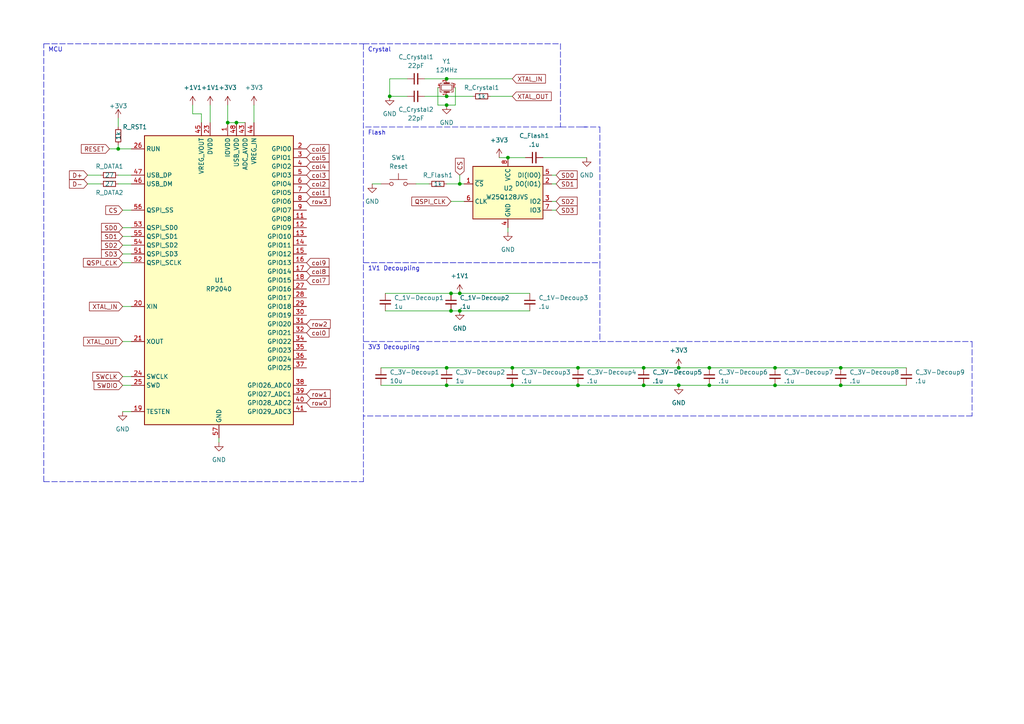
<source format=kicad_sch>
(kicad_sch (version 20211123) (generator eeschema)
  (paper "A4")
  (lib_symbols
    (symbol "Device:C_Small" (pin_numbers hide) (pin_names (offset 0.254) hide)
      (property "Reference" "C" (at 0.254 1.778 0))
      (property "Value" "C_Small" (at 0.254 -2.032 0))
      (symbol "C_Small_0_1"
        (polyline (pts (xy -1.524 -0.508) (xy 1.524 -0.508)) (stroke (width 0.3302)))
        (polyline (pts (xy -1.524 0.508) (xy 1.524 0.508)) (stroke (width 0.3048)))
      )
      (symbol "C_Small_1_1"
        (pin passive line (at 0 2.54 270) (length 2.032) (name "~") (number "1"))
        (pin passive line (at 0 -2.54 90) (length 2.032) (name "~") (number "2"))
      )
    )
    (symbol "Device:Crystal_GND24_Small" (pin_names (offset 1.016) hide)
      (property "Reference" "Y" (at 1.27 4.445 0))
      (property "Value" "Crystal_GND24_Small" (at 1.27 2.54 0))
      (symbol "Crystal_GND24_Small_0_1"
        (rectangle (start -0.762 -1.524) (end 0.762 1.524))
        (polyline (pts (xy -1.27 -0.762) (xy -1.27 0.762)) (stroke (width 0.381)))
        (polyline (pts (xy 1.27 -0.762) (xy 1.27 0.762)) (stroke (width 0.381)))
        (polyline (pts (xy -1.27 -1.27) (xy -1.27 -1.905) (xy 1.27 -1.905) (xy 1.27 -1.27)))
        (polyline (pts (xy -1.27 1.27) (xy -1.27 1.905) (xy 1.27 1.905) (xy 1.27 1.27)))
      )
      (symbol "Crystal_GND24_Small_1_1"
        (pin passive line (at -2.54 0 0) (length 1.27) (name "1") (number "1"))
        (pin passive line (at 0 -2.54 90) (length 0.635) (name "2") (number "2"))
        (pin passive line (at 2.54 0 180) (length 1.27) (name "3") (number "3"))
        (pin passive line (at 0 2.54 270) (length 0.635) (name "4") (number "4"))
      )
    )
    (symbol "Device:R_Small" (pin_numbers hide) (pin_names (offset 0.254) hide)
      (property "Reference" "R" (at 0.762 0.508 0))
      (property "Value" "R_Small" (at 0.762 -1.016 0))
      (symbol "R_Small_0_1"
        (rectangle (start -0.762 1.778) (end 0.762 -1.778) (stroke (width 0.2032)))
      )
      (symbol "R_Small_1_1"
        (pin passive line (at 0 2.54 270) (length 0.762) (name "~") (number "1"))
        (pin passive line (at 0 -2.54 90) (length 0.762) (name "~") (number "2"))
      )
    )
    (symbol "MCU_RaspberryPi:RP2040"
      (property "Reference" "U" (at 17.78 45.72 0))
      (property "Value" "RP2040" (at 17.78 43.18 0))
      (symbol "RP2040_0_1"
        (rectangle (start -21.59 41.91) (end 21.59 -41.91) (stroke (width 0.254)) (fill (type background)))
      )
      (symbol "RP2040_1_1"
        (pin power_in line (at 2.54 45.72 270) (length 3.81) (name "IOVDD") (number "1"))
        (pin passive line (at 2.54 45.72 270) (length 3.81) hide (name "IOVDD") (number "10"))
        (pin bidirectional line (at 25.4 17.78 180) (length 3.81) (name "GPIO8") (number "11"))
        (pin bidirectional line (at 25.4 15.24 180) (length 3.81) (name "GPIO9") (number "12"))
        (pin bidirectional line (at 25.4 12.7 180) (length 3.81) (name "GPIO10") (number "13"))
        (pin bidirectional line (at 25.4 10.16 180) (length 3.81) (name "GPIO11") (number "14"))
        (pin bidirectional line (at 25.4 7.62 180) (length 3.81) (name "GPIO12") (number "15"))
        (pin bidirectional line (at 25.4 5.08 180) (length 3.81) (name "GPIO13") (number "16"))
        (pin bidirectional line (at 25.4 2.54 180) (length 3.81) (name "GPIO14") (number "17"))
        (pin bidirectional line (at 25.4 0 180) (length 3.81) (name "GPIO15") (number "18"))
        (pin input line (at -25.4 -38.1 0) (length 3.81) (name "TESTEN") (number "19"))
        (pin bidirectional line (at 25.4 38.1 180) (length 3.81) (name "GPIO0") (number "2"))
        (pin input line (at -25.4 -7.62 0) (length 3.81) (name "XIN") (number "20"))
        (pin passive line (at -25.4 -17.78 0) (length 3.81) (name "XOUT") (number "21"))
        (pin passive line (at 2.54 45.72 270) (length 3.81) hide (name "IOVDD") (number "22"))
        (pin power_in line (at -2.54 45.72 270) (length 3.81) (name "DVDD") (number "23"))
        (pin output line (at -25.4 -27.94 0) (length 3.81) (name "SWCLK") (number "24"))
        (pin bidirectional line (at -25.4 -30.48 0) (length 3.81) (name "SWD") (number "25"))
        (pin input line (at -25.4 38.1 0) (length 3.81) (name "RUN") (number "26"))
        (pin bidirectional line (at 25.4 -2.54 180) (length 3.81) (name "GPIO16") (number "27"))
        (pin bidirectional line (at 25.4 -5.08 180) (length 3.81) (name "GPIO17") (number "28"))
        (pin bidirectional line (at 25.4 -7.62 180) (length 3.81) (name "GPIO18") (number "29"))
        (pin bidirectional line (at 25.4 35.56 180) (length 3.81) (name "GPIO1") (number "3"))
        (pin bidirectional line (at 25.4 -10.16 180) (length 3.81) (name "GPIO19") (number "30"))
        (pin bidirectional line (at 25.4 -12.7 180) (length 3.81) (name "GPIO20") (number "31"))
        (pin bidirectional line (at 25.4 -15.24 180) (length 3.81) (name "GPIO21") (number "32"))
        (pin passive line (at 2.54 45.72 270) (length 3.81) hide (name "IOVDD") (number "33"))
        (pin bidirectional line (at 25.4 -17.78 180) (length 3.81) (name "GPIO22") (number "34"))
        (pin bidirectional line (at 25.4 -20.32 180) (length 3.81) (name "GPIO23") (number "35"))
        (pin bidirectional line (at 25.4 -22.86 180) (length 3.81) (name "GPIO24") (number "36"))
        (pin bidirectional line (at 25.4 -25.4 180) (length 3.81) (name "GPIO25") (number "37"))
        (pin bidirectional line (at 25.4 -30.48 180) (length 3.81) (name "GPIO26_ADC0") (number "38"))
        (pin bidirectional line (at 25.4 -33.02 180) (length 3.81) (name "GPIO27_ADC1") (number "39"))
        (pin bidirectional line (at 25.4 33.02 180) (length 3.81) (name "GPIO2") (number "4"))
        (pin bidirectional line (at 25.4 -35.56 180) (length 3.81) (name "GPIO28_ADC2") (number "40"))
        (pin bidirectional line (at 25.4 -38.1 180) (length 3.81) (name "GPIO29_ADC3") (number "41"))
        (pin passive line (at 2.54 45.72 270) (length 3.81) hide (name "IOVDD") (number "42"))
        (pin power_in line (at 7.62 45.72 270) (length 3.81) (name "ADC_AVDD") (number "43"))
        (pin power_in line (at 10.16 45.72 270) (length 3.81) (name "VREG_IN") (number "44"))
        (pin power_out line (at -5.08 45.72 270) (length 3.81) (name "VREG_VOUT") (number "45"))
        (pin bidirectional line (at -25.4 27.94 0) (length 3.81) (name "USB_DM") (number "46"))
        (pin bidirectional line (at -25.4 30.48 0) (length 3.81) (name "USB_DP") (number "47"))
        (pin power_in line (at 5.08 45.72 270) (length 3.81) (name "USB_VDD") (number "48"))
        (pin passive line (at 2.54 45.72 270) (length 3.81) hide (name "IOVDD") (number "49"))
        (pin bidirectional line (at 25.4 30.48 180) (length 3.81) (name "GPIO3") (number "5"))
        (pin passive line (at -2.54 45.72 270) (length 3.81) hide (name "DVDD") (number "50"))
        (pin bidirectional line (at -25.4 7.62 0) (length 3.81) (name "QSPI_SD3") (number "51"))
        (pin output line (at -25.4 5.08 0) (length 3.81) (name "QSPI_SCLK") (number "52"))
        (pin bidirectional line (at -25.4 15.24 0) (length 3.81) (name "QSPI_SD0") (number "53"))
        (pin bidirectional line (at -25.4 10.16 0) (length 3.81) (name "QSPI_SD2") (number "54"))
        (pin bidirectional line (at -25.4 12.7 0) (length 3.81) (name "QSPI_SD1") (number "55"))
        (pin bidirectional line (at -25.4 20.32 0) (length 3.81) (name "QSPI_SS") (number "56"))
        (pin power_in line (at 0 -45.72 90) (length 3.81) (name "GND") (number "57"))
        (pin bidirectional line (at 25.4 27.94 180) (length 3.81) (name "GPIO4") (number "6"))
        (pin bidirectional line (at 25.4 25.4 180) (length 3.81) (name "GPIO5") (number "7"))
        (pin bidirectional line (at 25.4 22.86 180) (length 3.81) (name "GPIO6") (number "8"))
        (pin bidirectional line (at 25.4 20.32 180) (length 3.81) (name "GPIO7") (number "9"))
      )
    )
    (symbol "Memory_Flash:W25Q128JVS"
      (property "Reference" "U" (at -8.89 8.89 0))
      (property "Value" "W25Q128JVS" (at 7.62 8.89 0))
      (symbol "W25Q128JVS_0_1"
        (rectangle (start -10.16 7.62) (end 10.16 -7.62) (stroke (width 0.254)) (fill (type background)))
      )
      (symbol "W25Q128JVS_1_1"
        (pin input line (at -12.7 2.54 0) (length 2.54) (name "~{CS}") (number "1"))
        (pin bidirectional line (at 12.7 2.54 180) (length 2.54) (name "DO(IO1)") (number "2"))
        (pin bidirectional line (at 12.7 -2.54 180) (length 2.54) (name "IO2") (number "3"))
        (pin power_in line (at 0 -10.16 90) (length 2.54) (name "GND") (number "4"))
        (pin bidirectional line (at 12.7 5.08 180) (length 2.54) (name "DI(IO0)") (number "5"))
        (pin input line (at -12.7 -2.54 0) (length 2.54) (name "CLK") (number "6"))
        (pin bidirectional line (at 12.7 -5.08 180) (length 2.54) (name "IO3") (number "7"))
        (pin power_in line (at 0 10.16 270) (length 2.54) (name "VCC") (number "8"))
      )
    )
    (symbol "Switch:SW_Push" (pin_numbers hide) (pin_names (offset 1.016) hide)
      (property "Reference" "SW" (at 1.27 2.54 0))
      (property "Value" "SW_Push" (at 0 -1.524 0))
      (symbol "SW_Push_0_1"
        (circle (center -2.032 0) (radius 0.508))
        (polyline (pts (xy 0 1.27) (xy 0 3.048)))
        (polyline (pts (xy 2.54 1.27) (xy -2.54 1.27)))
        (circle (center 2.032 0) (radius 0.508))
        (pin passive line (at -5.08 0 0) (length 2.54) (name "1") (number "1"))
        (pin passive line (at 5.08 0 180) (length 2.54) (name "2") (number "2"))
      )
    )
    (symbol "power:+1V1" (power) (pin_names (offset 0))
      (property "Value" "+1V1" (at 0 3.556 0))
      (symbol "+1V1_0_1"
        (polyline (pts (xy -0.762 1.27) (xy 0 2.54)))
        (polyline (pts (xy 0 0) (xy 0 2.54)))
        (polyline (pts (xy 0 2.54) (xy 0.762 1.27)))
      )
      (symbol "+1V1_1_1"
        (pin power_in line (at 0 0 90) (length 0) hide (name "+1V1") (number "1"))
      )
    )
    (symbol "power:+3V3" (power) (pin_names (offset 0))
      (property "Value" "+3V3" (at 0 3.556 0))
      (symbol "+3V3_0_1"
        (polyline (pts (xy -0.762 1.27) (xy 0 2.54)))
        (polyline (pts (xy 0 0) (xy 0 2.54)))
        (polyline (pts (xy 0 2.54) (xy 0.762 1.27)))
      )
      (symbol "+3V3_1_1"
        (pin power_in line (at 0 0 90) (length 0) hide (name "+3V3") (number "1"))
      )
    )
    (symbol "power:GND" (power) (pin_names (offset 0))
      (property "Value" "GND" (at 0 -3.81 0))
      (symbol "GND_0_1"
        (polyline (pts (xy 0 0) (xy 0 -1.27) (xy 1.27 -1.27) (xy 0 -2.54) (xy -1.27 -1.27) (xy 0 -1.27)))
      )
      (symbol "GND_1_1"
        (pin power_in line (at 0 0 270) (length 0) hide (name "GND") (number "1"))
      )
    )
  )
  (junction (at 243.84 111.76))
  (junction (at 130.81 85.09))
  (junction (at 129.54 111.76))
  (junction (at 130.81 90.17))
  (junction (at 196.85 111.76))
  (junction (at 148.59 111.76))
  (junction (at 129.54 22.86))
  (junction (at 133.35 85.09))
  (junction (at 167.64 106.68))
  (junction (at 129.54 30.48))
  (junction (at 196.85 106.68))
  (junction (at 186.69 111.76))
  (junction (at 205.74 106.68))
  (junction (at 147.32 45.72))
  (junction (at 129.54 27.94))
  (junction (at 113.03 27.94))
  (junction (at 243.84 106.68))
  (junction (at 224.79 106.68))
  (junction (at 148.59 106.68))
  (junction (at 133.35 90.17))
  (junction (at 205.74 111.76))
  (junction (at 224.79 111.76))
  (junction (at 186.69 106.68))
  (junction (at 129.54 106.68))
  (junction (at 167.64 111.76))
  (junction (at 66.04 35.56))
  (junction (at 34.29 43.18))
  (junction (at 68.58 35.56))
  (junction (at 133.35 53.34))
  (wire (pts (xy 35.56 66.04) (xy 38.1 66.04)))
  (polyline (pts (xy 162.56 36.83) (xy 105.41 36.83)))
  (polyline (pts (xy 105.41 76.2) (xy 173.99 76.2)))
  (wire (pts (xy 35.56 76.2) (xy 38.1 76.2)))
  (wire (pts (xy 129.54 111.76) (xy 148.59 111.76)))
  (wire (pts (xy 35.56 99.06) (xy 38.1 99.06)))
  (wire (pts (xy 66.04 35.56) (xy 68.58 35.56)))
  (wire (pts (xy 35.56 68.58) (xy 38.1 68.58)))
  (wire (pts (xy 142.24 27.94) (xy 148.59 27.94)))
  (wire (pts (xy 133.35 50.8) (xy 133.35 53.34)))
  (wire (pts (xy 133.35 53.34) (xy 134.62 53.34)))
  (wire (pts (xy 205.74 106.68) (xy 224.79 106.68)))
  (wire (pts (xy 55.88 30.48) (xy 55.88 33.02)))
  (wire (pts (xy 148.59 111.76) (xy 167.64 111.76)))
  (wire (pts (xy 107.95 53.34) (xy 110.49 53.34)))
  (wire (pts (xy 113.03 27.94) (xy 118.11 27.94)))
  (wire (pts (xy 160.02 60.96) (xy 161.29 60.96)))
  (wire (pts (xy 243.84 106.68) (xy 262.89 106.68)))
  (wire (pts (xy 127 25.4) (xy 127 30.48)))
  (wire (pts (xy 35.56 71.12) (xy 38.1 71.12)))
  (wire (pts (xy 31.75 43.18) (xy 34.29 43.18)))
  (polyline (pts (xy 173.99 36.83) (xy 173.99 76.2)))
  (wire (pts (xy 129.54 22.86) (xy 148.59 22.86)))
  (polyline (pts (xy 105.41 99.06) (xy 173.99 99.06)))
  (polyline (pts (xy 162.56 36.83) (xy 170.18 36.83)))
  (wire (pts (xy 127 30.48) (xy 129.54 30.48)))
  (wire (pts (xy 58.42 33.02) (xy 55.88 33.02)))
  (wire (pts (xy 34.29 50.8) (xy 38.1 50.8)))
  (wire (pts (xy 113.03 22.86) (xy 118.11 22.86)))
  (wire (pts (xy 196.85 111.76) (xy 205.74 111.76)))
  (wire (pts (xy 196.85 106.68) (xy 205.74 106.68)))
  (wire (pts (xy 224.79 111.76) (xy 243.84 111.76)))
  (wire (pts (xy 167.64 111.76) (xy 186.69 111.76)))
  (polyline (pts (xy 173.99 76.2) (xy 173.99 99.06)))
  (wire (pts (xy 130.81 58.42) (xy 134.62 58.42)))
  (wire (pts (xy 129.54 106.68) (xy 148.59 106.68)))
  (polyline (pts (xy 162.56 12.7) (xy 162.56 36.83)))
  (wire (pts (xy 130.81 85.09) (xy 133.35 85.09)))
  (wire (pts (xy 68.58 35.56) (xy 71.12 35.56)))
  (wire (pts (xy 133.35 90.17) (xy 153.67 90.17)))
  (wire (pts (xy 123.19 22.86) (xy 129.54 22.86)))
  (wire (pts (xy 25.4 50.8) (xy 29.21 50.8)))
  (polyline (pts (xy 105.41 12.7) (xy 162.56 12.7)))
  (wire (pts (xy 129.54 27.94) (xy 137.16 27.94)))
  (wire (pts (xy 123.19 27.94) (xy 129.54 27.94)))
  (wire (pts (xy 35.56 60.96) (xy 38.1 60.96)))
  (wire (pts (xy 129.54 53.34) (xy 133.35 53.34)))
  (wire (pts (xy 35.56 73.66) (xy 38.1 73.66)))
  (wire (pts (xy 73.66 30.48) (xy 73.66 35.56)))
  (wire (pts (xy 60.96 30.48) (xy 60.96 35.56)))
  (wire (pts (xy 160.02 50.8) (xy 161.29 50.8)))
  (wire (pts (xy 110.49 106.68) (xy 129.54 106.68)))
  (wire (pts (xy 160.02 58.42) (xy 161.29 58.42)))
  (polyline (pts (xy 281.94 120.65) (xy 105.41 120.65)))
  (wire (pts (xy 130.81 90.17) (xy 133.35 90.17)))
  (wire (pts (xy 113.03 22.86) (xy 113.03 27.94)))
  (wire (pts (xy 243.84 111.76) (xy 262.89 111.76)))
  (wire (pts (xy 157.48 45.72) (xy 170.18 45.72)))
  (wire (pts (xy 35.56 111.76) (xy 38.1 111.76)))
  (polyline (pts (xy 281.94 99.06) (xy 281.94 120.65)))
  (polyline (pts (xy 12.7 12.7) (xy 105.41 12.7)))
  (wire (pts (xy 186.69 106.68) (xy 196.85 106.68)))
  (wire (pts (xy 224.79 106.68) (xy 243.84 106.68)))
  (wire (pts (xy 34.29 43.18) (xy 38.1 43.18)))
  (wire (pts (xy 148.59 106.68) (xy 167.64 106.68)))
  (wire (pts (xy 35.56 88.9) (xy 38.1 88.9)))
  (wire (pts (xy 205.74 111.76) (xy 224.79 111.76)))
  (wire (pts (xy 186.69 111.76) (xy 196.85 111.76)))
  (wire (pts (xy 132.08 30.48) (xy 129.54 30.48)))
  (wire (pts (xy 34.29 41.91) (xy 34.29 43.18)))
  (wire (pts (xy 111.76 85.09) (xy 130.81 85.09)))
  (wire (pts (xy 35.56 109.22) (xy 38.1 109.22)))
  (wire (pts (xy 66.04 30.48) (xy 66.04 35.56)))
  (wire (pts (xy 132.08 25.4) (xy 132.08 30.48)))
  (wire (pts (xy 144.78 45.72) (xy 147.32 45.72)))
  (wire (pts (xy 147.32 66.04) (xy 147.32 67.31)))
  (wire (pts (xy 63.5 127) (xy 63.5 128.27)))
  (polyline (pts (xy 173.99 99.06) (xy 281.94 99.06)))
  (polyline (pts (xy 168.91 36.83) (xy 173.99 36.83)))
  (wire (pts (xy 110.49 111.76) (xy 129.54 111.76)))
  (wire (pts (xy 58.42 35.56) (xy 58.42 33.02)))
  (wire (pts (xy 111.76 90.17) (xy 130.81 90.17)))
  (polyline (pts (xy 12.7 139.7) (xy 105.41 139.7)))
  (wire (pts (xy 160.02 53.34) (xy 161.29 53.34)))
  (wire (pts (xy 167.64 106.68) (xy 186.69 106.68)))
  (polyline (pts (xy 105.41 12.7) (xy 105.41 139.7)))
  (wire (pts (xy 35.56 119.38) (xy 38.1 119.38)))
  (wire (pts (xy 34.29 34.29) (xy 34.29 36.83)))
  (wire (pts (xy 25.4 53.34) (xy 29.21 53.34)))
  (wire (pts (xy 34.29 53.34) (xy 38.1 53.34)))
  (wire (pts (xy 133.35 85.09) (xy 153.67 85.09)))
  (wire (pts (xy 147.32 45.72) (xy 152.4 45.72)))
  (wire (pts (xy 120.65 53.34) (xy 124.46 53.34)))
  (polyline (pts (xy 12.7 139.7) (xy 12.7 12.7)))
  (polyline (pts (xy 105.41 76.2) (xy 170.18 76.2)))
  (text "1V1 Decoupling\n" (at 106.68 78.74 0) (effects (font (size 1.27 1.27)) (justify left bottom)))
  (text "Crystal\n" (at 106.68 15.24 0) (effects (font (size 1.27 1.27)) (justify left bottom)))
  (text "MCU" (at 13.97 15.24 0) (effects (font (size 1.27 1.27)) (justify left bottom)))
  (text "Flash" (at 106.68 39.37 0) (effects (font (size 1.27 1.27)) (justify left bottom)))
  (text "3V3 Decoupling" (at 106.68 101.6 0) (effects (font (size 1.27 1.27)) (justify left bottom)))
  (global_label "col8" (shape input) (at 88.9 78.74 0) (property "Intersheet References" "${INTERSHEET_REFS}" (effects hide)))
  (global_label "SD2" (shape input) (at 35.56 71.12 180) (property "Intersheet References" "${INTERSHEET_REFS}" (effects hide)))
  (global_label "QSPI_CLK" (shape input) (at 130.81 58.42 180) (property "Intersheet References" "${INTERSHEET_REFS}" (effects hide)))
  (global_label "SD3" (shape input) (at 35.56 73.66 180) (property "Intersheet References" "${INTERSHEET_REFS}" (effects hide)))
  (global_label "SD0" (shape input) (at 161.29 50.8 0) (property "Intersheet References" "${INTERSHEET_REFS}" (effects hide)))
  (global_label "XTAL_OUT" (shape input) (at 148.59 27.94 0) (property "Intersheet References" "${INTERSHEET_REFS}" (effects hide)))
  (global_label "col7" (shape input) (at 88.9 81.28 0) (property "Intersheet References" "${INTERSHEET_REFS}" (effects hide)))
  (global_label "row3" (shape input) (at 88.9 58.42 0) (property "Intersheet References" "${INTERSHEET_REFS}" (effects hide)))
  (global_label "SWCLK" (shape input) (at 35.56 109.22 180) (property "Intersheet References" "${INTERSHEET_REFS}" (effects hide)))
  (global_label "col3" (shape input) (at 88.9 50.8 0) (property "Intersheet References" "${INTERSHEET_REFS}" (effects hide)))
  (global_label "col5" (shape input) (at 88.9 45.72 0) (property "Intersheet References" "${INTERSHEET_REFS}" (effects hide)))
  (global_label "col2" (shape input) (at 88.9 53.34 0) (property "Intersheet References" "${INTERSHEET_REFS}" (effects hide)))
  (global_label "col4" (shape input) (at 88.9 48.26 0) (property "Intersheet References" "${INTERSHEET_REFS}" (effects hide)))
  (global_label "CS" (shape input) (at 35.56 60.96 180) (property "Intersheet References" "${INTERSHEET_REFS}" (effects hide)))
  (global_label "row1" (shape input) (at 88.9 114.3 0) (property "Intersheet References" "${INTERSHEET_REFS}" (effects hide)))
  (global_label "D+" (shape input) (at 25.4 50.8 180) (property "Intersheet References" "${INTERSHEET_REFS}" (effects hide)))
  (global_label "D-" (shape input) (at 25.4 53.34 180) (property "Intersheet References" "${INTERSHEET_REFS}" (effects hide)))
  (global_label "SD0" (shape input) (at 35.56 66.04 180) (property "Intersheet References" "${INTERSHEET_REFS}" (effects hide)))
  (global_label "XTAL_IN" (shape input) (at 148.59 22.86 0) (property "Intersheet References" "${INTERSHEET_REFS}" (effects hide)))
  (global_label "SD1" (shape input) (at 161.29 53.34 0) (property "Intersheet References" "${INTERSHEET_REFS}" (effects hide)))
  (global_label "CS" (shape input) (at 133.35 50.8 90) (property "Intersheet References" "${INTERSHEET_REFS}" (effects hide)))
  (global_label "row2" (shape input) (at 88.9 93.98 0) (property "Intersheet References" "${INTERSHEET_REFS}" (effects hide)))
  (global_label "SD1" (shape input) (at 35.56 68.58 180) (property "Intersheet References" "${INTERSHEET_REFS}" (effects hide)))
  (global_label "col9" (shape input) (at 88.9 76.2 0) (property "Intersheet References" "${INTERSHEET_REFS}" (effects hide)))
  (global_label "SD3" (shape input) (at 161.29 60.96 0) (property "Intersheet References" "${INTERSHEET_REFS}" (effects hide)))
  (global_label "XTAL_IN" (shape input) (at 35.56 88.9 180) (property "Intersheet References" "${INTERSHEET_REFS}" (effects hide)))
  (global_label "SD2" (shape input) (at 161.29 58.42 0) (property "Intersheet References" "${INTERSHEET_REFS}" (effects hide)))
  (global_label "XTAL_OUT" (shape input) (at 35.56 99.06 180) (property "Intersheet References" "${INTERSHEET_REFS}" (effects hide)))
  (global_label "QSPI_CLK" (shape input) (at 35.56 76.2 180) (property "Intersheet References" "${INTERSHEET_REFS}" (effects hide)))
  (global_label "col0" (shape input) (at 88.9 96.52 0) (property "Intersheet References" "${INTERSHEET_REFS}" (effects hide)))
  (global_label "RESET" (shape input) (at 31.75 43.18 180) (property "Intersheet References" "${INTERSHEET_REFS}" (effects hide)))
  (global_label "row0" (shape input) (at 88.9 116.84 0) (property "Intersheet References" "${INTERSHEET_REFS}" (effects hide)))
  (global_label "col1" (shape input) (at 88.9 55.88 0) (property "Intersheet References" "${INTERSHEET_REFS}" (effects hide)))
  (global_label "SWDIO" (shape input) (at 35.56 111.76 180) (property "Intersheet References" "${INTERSHEET_REFS}" (effects hide)))
  (global_label "col6" (shape input) (at 88.9 43.18 0) (property "Intersheet References" "${INTERSHEET_REFS}" (effects hide)))
  (symbol (lib_id "Device:C_Small") (at 224.79 109.22 0) (unit 1)
    (property "Reference" "C_3V-Decoup7" (at 227.33 107.9562 0) (effects (justify left)))
    (property "Value" ".1u" (at 227.33 110.4962 0) (effects (justify left)))
    (property "Footprint" "Capacitor_SMD:C_0402_1005Metric" (effects hide))
  )
  (symbol (lib_id "Device:C_Small") (at 205.74 109.22 0) (unit 1)
    (property "Reference" "C_3V-Decoup6" (at 208.28 107.9562 0) (effects (justify left)))
    (property "Value" ".1u" (at 208.28 110.4962 0) (effects (justify left)))
    (property "Footprint" "Capacitor_SMD:C_0402_1005Metric" (effects hide))
  )
  (symbol (lib_id "Device:C_Small") (at 111.76 87.63 0) (unit 1)
    (property "Reference" "C_1V-Decoup1" (at 114.3 86.3662 0) (effects (justify left)))
    (property "Value" "1u" (at 114.3 88.9062 0) (effects (justify left)))
    (property "Footprint" "Capacitor_SMD:C_0402_1005Metric" (effects hide))
  )
  (symbol (lib_id "power:GND") (at 113.03 27.94 0) (unit 1)
    (property "Reference" "#PWR0109" (effects hide))
    (property "Value" "GND" (at 113.03 33.02 0))
  )
  (symbol (lib_id "power:+3V3") (at 144.78 45.72 0) (unit 1)
    (property "Reference" "#PWR0106" (effects hide))
    (property "Value" "+3V3" (at 144.78 40.64 0))
  )
  (symbol (lib_id "power:GND") (at 170.18 45.72 0) (unit 1)
    (property "Reference" "#PWR0111" (effects hide))
    (property "Value" "GND" (at 170.18 50.8 0))
  )
  (symbol (lib_id "power:GND") (at 107.95 53.34 0) (unit 1)
    (property "Reference" "#PWR0108" (effects hide))
    (property "Value" "GND" (at 107.95 58.42 0))
  )
  (symbol (lib_id "Device:C_Small") (at 262.89 109.22 0) (unit 1)
    (property "Reference" "C_3V-Decoup9" (at 265.43 107.9562 0) (effects (justify left)))
    (property "Value" ".1u" (at 265.43 110.4962 0) (effects (justify left)))
    (property "Footprint" "Capacitor_SMD:C_0402_1005Metric" (effects hide))
  )
  (symbol (lib_id "power:GND") (at 63.5 128.27 0) (unit 1)
    (property "Reference" "#PWR0115" (effects hide))
    (property "Value" "GND" (at 63.5 133.35 0))
  )
  (symbol (lib_id "Device:C_Small") (at 110.49 109.22 0) (unit 1)
    (property "Reference" "C_3V-Decoup1" (at 113.03 107.9562 0) (effects (justify left)))
    (property "Value" "10u" (at 113.03 110.4962 0) (effects (justify left)))
    (property "Footprint" "Capacitor_SMD:C_0402_1005Metric" (effects hide))
  )
  (symbol (lib_id "power:+1V1") (at 133.35 85.09 0) (unit 1)
    (property "Reference" "#PWR0112" (effects hide))
    (property "Value" "+1V1" (at 133.35 80.01 0))
  )
  (symbol (lib_id "power:+3V3") (at 196.85 106.68 0) (unit 1)
    (property "Reference" "#PWR0116" (effects hide))
    (property "Value" "+3V3" (at 196.85 101.6 0))
  )
  (symbol (lib_id "Device:R_Small") (at 31.75 50.8 90) (unit 1)
    (property "Reference" "R_DATA1" (at 31.75 48.26 90))
    (property "Value" "27" (at 31.75 50.8 90))
    (property "Footprint" "Resistor_SMD:R_0402_1005Metric" (effects hide))
  )
  (symbol (lib_id "Device:C_Small") (at 243.84 109.22 0) (unit 1)
    (property "Reference" "C_3V-Decoup8" (at 246.38 107.9562 0) (effects (justify left)))
    (property "Value" ".1u" (at 246.38 110.4962 0) (effects (justify left)))
    (property "Footprint" "Capacitor_SMD:C_0402_1005Metric" (effects hide))
  )
  (symbol (lib_id "Memory_Flash:W25Q128JVS") (at 147.32 55.88 0) (unit 1)
    (property "Reference" "U2" (at 146.05 54.61 0) (effects (justify left)))
    (property "Value" "W25Q128JVS" (at 140.97 57.15 0) (effects (justify left)))
    (property "Footprint" "Package_SO:SOIC-8_5.23x5.23mm_P1.27mm" (effects hide))
    (property "Datasheet" "http://www.winbond.com/resource-files/w25q128jv_dtr%20revc%2003272018%20plus.pdf" (effects hide))
  )
  (symbol (lib_id "Device:C_Small") (at 130.81 87.63 0) (unit 1)
    (property "Reference" "C_1V-Decoup2" (at 133.35 86.3662 0) (effects (justify left)))
    (property "Value" ".1u" (at 133.35 88.9062 0) (effects (justify left)))
    (property "Footprint" "Capacitor_SMD:C_0402_1005Metric" (effects hide))
  )
  (symbol (lib_id "Device:Crystal_GND24_Small") (at 129.54 25.4 90) (unit 1)
    (property "Reference" "Y1" (at 129.54 17.78 90))
    (property "Value" "12MHz" (at 129.54 20.32 90))
    (property "Footprint" "Crystal:Crystal_SMD_3225-4Pin_3.2x2.5mm" (effects hide))
  )
  (symbol (lib_id "power:GND") (at 196.85 111.76 0) (unit 1)
    (property "Reference" "#PWR0117" (effects hide))
    (property "Value" "GND" (at 196.85 116.84 0))
  )
  (symbol (lib_id "Device:C_Small") (at 148.59 109.22 0) (unit 1)
    (property "Reference" "C_3V-Decoup3" (at 151.13 107.9562 0) (effects (justify left)))
    (property "Value" ".1u" (at 151.13 110.4962 0) (effects (justify left)))
    (property "Footprint" "Capacitor_SMD:C_0402_1005Metric" (effects hide))
  )
  (symbol (lib_id "Device:C_Small") (at 153.67 87.63 0) (unit 1)
    (property "Reference" "C_1V-Decoup3" (at 156.21 86.3662 0) (effects (justify left)))
    (property "Value" ".1u" (at 156.21 88.9062 0) (effects (justify left)))
    (property "Footprint" "Capacitor_SMD:C_0402_1005Metric" (effects hide))
  )
  (symbol (lib_id "Device:C_Small") (at 120.65 27.94 90) (unit 1)
    (property "Reference" "C_Crystal2" (at 120.65 31.75 90))
    (property "Value" "22pF" (at 120.65 34.29 90))
    (property "Footprint" "Capacitor_SMD:C_0402_1005Metric" (effects hide))
  )
  (symbol (lib_id "Device:C_Small") (at 154.94 45.72 90) (unit 1)
    (property "Reference" "C_Flash1" (at 154.9463 39.37 90))
    (property "Value" ".1u" (at 154.9463 41.91 90))
    (property "Footprint" "Capacitor_SMD:C_0402_1005Metric" (effects hide))
  )
  (symbol (lib_id "power:GND") (at 129.54 30.48 0) (unit 1)
    (property "Reference" "#PWR0107" (effects hide))
    (property "Value" "GND" (at 129.54 35.56 0))
  )
  (symbol (lib_id "power:+1V1") (at 55.88 30.48 0) (unit 1)
    (property "Reference" "#PWR0102" (effects hide))
    (property "Value" "+1V1" (at 55.88 25.4 0))
  )
  (symbol (lib_id "Device:R_Small") (at 34.29 39.37 0) (unit 1)
    (property "Reference" "R_RST1" (at 35.56 36.83 0) (effects (justify left)))
    (property "Value" "1k" (at 34.29 39.37 90))
    (property "Footprint" "Resistor_SMD:R_0402_1005Metric" (effects hide))
  )
  (symbol (lib_id "MCU_RaspberryPi:RP2040") (at 63.5 81.28 0) (unit 1)
    (property "Reference" "U1" (at 62.23 81.28 0) (effects (justify left)))
    (property "Value" "RP2040" (at 59.69 83.82 0) (effects (justify left)))
    (property "Footprint" "cipulot_parts:RP2040-QFN-56" (effects hide))
    (property "Datasheet" "https://datasheets.raspberrypi.com/rp2040/rp2040-datasheet.pdf" (effects hide))
  )
  (symbol (lib_id "Device:C_Small") (at 167.64 109.22 0) (unit 1)
    (property "Reference" "C_3V-Decoup4" (at 170.18 107.9562 0) (effects (justify left)))
    (property "Value" ".1u" (at 170.18 110.4962 0) (effects (justify left)))
    (property "Footprint" "Capacitor_SMD:C_0402_1005Metric" (effects hide))
  )
  (symbol (lib_id "Device:C_Small") (at 186.69 109.22 0) (unit 1)
    (property "Reference" "C_3V-Decoup5" (at 189.23 107.9562 0) (effects (justify left)))
    (property "Value" ".1u" (at 189.23 110.4962 0) (effects (justify left)))
    (property "Footprint" "Capacitor_SMD:C_0402_1005Metric" (effects hide))
  )
  (symbol (lib_id "power:GND") (at 147.32 67.31 0) (unit 1)
    (property "Reference" "#PWR0110" (effects hide))
    (property "Value" "GND" (at 147.32 72.39 0))
  )
  (symbol (lib_id "power:GND") (at 133.35 90.17 0) (unit 1)
    (property "Reference" "#PWR0113" (effects hide))
    (property "Value" "GND" (at 133.35 95.25 0))
  )
  (symbol (lib_id "Device:R_Small") (at 31.75 53.34 90) (unit 1)
    (property "Reference" "R_DATA2" (at 31.75 55.88 90))
    (property "Value" "27" (at 31.75 53.34 90))
    (property "Footprint" "Resistor_SMD:R_0402_1005Metric" (effects hide))
  )
  (symbol (lib_id "power:+1V1") (at 60.96 30.48 0) (unit 1)
    (property "Reference" "#PWR0103" (effects hide))
    (property "Value" "+1V1" (at 60.96 25.4 0))
  )
  (symbol (lib_id "Device:C_Small") (at 120.65 22.86 90) (unit 1)
    (property "Reference" "C_Crystal1" (at 120.6563 16.51 90))
    (property "Value" "22pF" (at 120.6563 19.05 90))
    (property "Footprint" "Capacitor_SMD:C_0402_1005Metric" (effects hide))
  )
  (symbol (lib_id "Device:C_Small") (at 129.54 109.22 0) (unit 1)
    (property "Reference" "C_3V-Decoup2" (at 132.08 107.9562 0) (effects (justify left)))
    (property "Value" "1u" (at 132.08 110.4962 0) (effects (justify left)))
    (property "Footprint" "Capacitor_SMD:C_0402_1005Metric" (effects hide))
  )
  (symbol (lib_id "Switch:SW_Push") (at 115.57 53.34 0) (unit 1)
    (property "Reference" "SW1" (at 115.57 45.72 0))
    (property "Value" "Reset" (at 115.57 48.26 0))
    (property "Footprint" "Connector_PinHeader_1.27mm:PinHeader_1x02_P1.27mm_Vertical" (effects hide))
  )
  (symbol (lib_id "power:+3V3") (at 34.29 34.29 0) (unit 1)
    (property "Reference" "#PWR0105" (effects hide))
    (property "Value" "+3V3" (at 34.29 30.734 0))
  )
  (symbol (lib_id "Device:R_Small") (at 127 53.34 90) (unit 1)
    (property "Reference" "R_Flash1" (at 127 50.8 90))
    (property "Value" "1k" (at 127 53.34 90))
    (property "Footprint" "Resistor_SMD:R_0402_1005Metric" (effects hide))
  )
  (symbol (lib_id "power:+3V3") (at 66.04 30.48 0) (unit 1)
    (property "Reference" "#PWR0101" (effects hide))
    (property "Value" "+3V3" (at 66.04 25.4 0))
  )
  (symbol (lib_id "Device:R_Small") (at 139.7 27.94 90) (unit 1)
    (property "Reference" "R_Crystal1" (at 139.7 25.4 90))
    (property "Value" "1k" (at 139.7 27.94 90))
    (property "Footprint" "Resistor_SMD:R_0402_1005Metric" (effects hide))
  )
  (symbol (lib_id "power:+3V3") (at 73.66 30.48 0) (unit 1)
    (property "Reference" "#PWR0104" (effects hide))
    (property "Value" "+3V3" (at 73.66 25.4 0))
  )
  (symbol (lib_id "power:GND") (at 35.56 119.38 0) (unit 1)
    (property "Reference" "#PWR0114" (effects hide))
    (property "Value" "GND" (at 35.56 124.46 0))
  )
)
</source>
